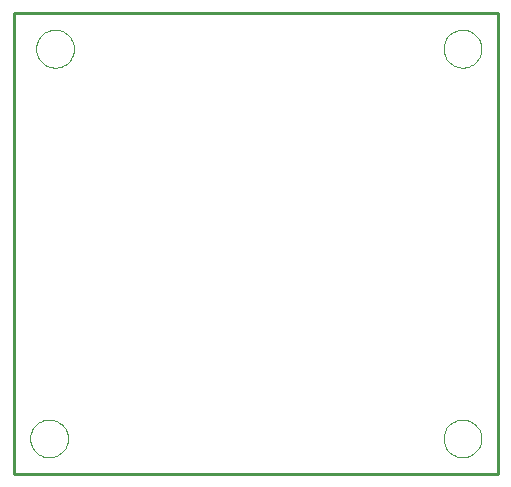
<source format=gbp>
G75*
%MOIN*%
%OFA0B0*%
%FSLAX24Y24*%
%IPPOS*%
%LPD*%
%AMOC8*
5,1,8,0,0,1.08239X$1,22.5*
%
%ADD10C,0.0100*%
%ADD11C,0.0000*%
D10*
X000574Y000574D02*
X000574Y015928D01*
X016715Y015928D01*
X016715Y000574D01*
X000574Y000574D01*
D11*
X001125Y001755D02*
X001127Y001805D01*
X001133Y001855D01*
X001143Y001904D01*
X001157Y001952D01*
X001174Y001999D01*
X001195Y002044D01*
X001220Y002088D01*
X001248Y002129D01*
X001280Y002168D01*
X001314Y002205D01*
X001351Y002239D01*
X001391Y002269D01*
X001433Y002296D01*
X001477Y002320D01*
X001523Y002341D01*
X001570Y002357D01*
X001618Y002370D01*
X001668Y002379D01*
X001717Y002384D01*
X001768Y002385D01*
X001818Y002382D01*
X001867Y002375D01*
X001916Y002364D01*
X001964Y002349D01*
X002010Y002331D01*
X002055Y002309D01*
X002098Y002283D01*
X002139Y002254D01*
X002178Y002222D01*
X002214Y002187D01*
X002246Y002149D01*
X002276Y002109D01*
X002303Y002066D01*
X002326Y002022D01*
X002345Y001976D01*
X002361Y001928D01*
X002373Y001879D01*
X002381Y001830D01*
X002385Y001780D01*
X002385Y001730D01*
X002381Y001680D01*
X002373Y001631D01*
X002361Y001582D01*
X002345Y001534D01*
X002326Y001488D01*
X002303Y001444D01*
X002276Y001401D01*
X002246Y001361D01*
X002214Y001323D01*
X002178Y001288D01*
X002139Y001256D01*
X002098Y001227D01*
X002055Y001201D01*
X002010Y001179D01*
X001964Y001161D01*
X001916Y001146D01*
X001867Y001135D01*
X001818Y001128D01*
X001768Y001125D01*
X001717Y001126D01*
X001668Y001131D01*
X001618Y001140D01*
X001570Y001153D01*
X001523Y001169D01*
X001477Y001190D01*
X001433Y001214D01*
X001391Y001241D01*
X001351Y001271D01*
X001314Y001305D01*
X001280Y001342D01*
X001248Y001381D01*
X001220Y001422D01*
X001195Y001466D01*
X001174Y001511D01*
X001157Y001558D01*
X001143Y001606D01*
X001133Y001655D01*
X001127Y001705D01*
X001125Y001755D01*
X001322Y014747D02*
X001324Y014797D01*
X001330Y014847D01*
X001340Y014896D01*
X001354Y014944D01*
X001371Y014991D01*
X001392Y015036D01*
X001417Y015080D01*
X001445Y015121D01*
X001477Y015160D01*
X001511Y015197D01*
X001548Y015231D01*
X001588Y015261D01*
X001630Y015288D01*
X001674Y015312D01*
X001720Y015333D01*
X001767Y015349D01*
X001815Y015362D01*
X001865Y015371D01*
X001914Y015376D01*
X001965Y015377D01*
X002015Y015374D01*
X002064Y015367D01*
X002113Y015356D01*
X002161Y015341D01*
X002207Y015323D01*
X002252Y015301D01*
X002295Y015275D01*
X002336Y015246D01*
X002375Y015214D01*
X002411Y015179D01*
X002443Y015141D01*
X002473Y015101D01*
X002500Y015058D01*
X002523Y015014D01*
X002542Y014968D01*
X002558Y014920D01*
X002570Y014871D01*
X002578Y014822D01*
X002582Y014772D01*
X002582Y014722D01*
X002578Y014672D01*
X002570Y014623D01*
X002558Y014574D01*
X002542Y014526D01*
X002523Y014480D01*
X002500Y014436D01*
X002473Y014393D01*
X002443Y014353D01*
X002411Y014315D01*
X002375Y014280D01*
X002336Y014248D01*
X002295Y014219D01*
X002252Y014193D01*
X002207Y014171D01*
X002161Y014153D01*
X002113Y014138D01*
X002064Y014127D01*
X002015Y014120D01*
X001965Y014117D01*
X001914Y014118D01*
X001865Y014123D01*
X001815Y014132D01*
X001767Y014145D01*
X001720Y014161D01*
X001674Y014182D01*
X001630Y014206D01*
X001588Y014233D01*
X001548Y014263D01*
X001511Y014297D01*
X001477Y014334D01*
X001445Y014373D01*
X001417Y014414D01*
X001392Y014458D01*
X001371Y014503D01*
X001354Y014550D01*
X001340Y014598D01*
X001330Y014647D01*
X001324Y014697D01*
X001322Y014747D01*
X014904Y014747D02*
X014906Y014797D01*
X014912Y014847D01*
X014922Y014896D01*
X014936Y014944D01*
X014953Y014991D01*
X014974Y015036D01*
X014999Y015080D01*
X015027Y015121D01*
X015059Y015160D01*
X015093Y015197D01*
X015130Y015231D01*
X015170Y015261D01*
X015212Y015288D01*
X015256Y015312D01*
X015302Y015333D01*
X015349Y015349D01*
X015397Y015362D01*
X015447Y015371D01*
X015496Y015376D01*
X015547Y015377D01*
X015597Y015374D01*
X015646Y015367D01*
X015695Y015356D01*
X015743Y015341D01*
X015789Y015323D01*
X015834Y015301D01*
X015877Y015275D01*
X015918Y015246D01*
X015957Y015214D01*
X015993Y015179D01*
X016025Y015141D01*
X016055Y015101D01*
X016082Y015058D01*
X016105Y015014D01*
X016124Y014968D01*
X016140Y014920D01*
X016152Y014871D01*
X016160Y014822D01*
X016164Y014772D01*
X016164Y014722D01*
X016160Y014672D01*
X016152Y014623D01*
X016140Y014574D01*
X016124Y014526D01*
X016105Y014480D01*
X016082Y014436D01*
X016055Y014393D01*
X016025Y014353D01*
X015993Y014315D01*
X015957Y014280D01*
X015918Y014248D01*
X015877Y014219D01*
X015834Y014193D01*
X015789Y014171D01*
X015743Y014153D01*
X015695Y014138D01*
X015646Y014127D01*
X015597Y014120D01*
X015547Y014117D01*
X015496Y014118D01*
X015447Y014123D01*
X015397Y014132D01*
X015349Y014145D01*
X015302Y014161D01*
X015256Y014182D01*
X015212Y014206D01*
X015170Y014233D01*
X015130Y014263D01*
X015093Y014297D01*
X015059Y014334D01*
X015027Y014373D01*
X014999Y014414D01*
X014974Y014458D01*
X014953Y014503D01*
X014936Y014550D01*
X014922Y014598D01*
X014912Y014647D01*
X014906Y014697D01*
X014904Y014747D01*
X014904Y001755D02*
X014906Y001805D01*
X014912Y001855D01*
X014922Y001904D01*
X014936Y001952D01*
X014953Y001999D01*
X014974Y002044D01*
X014999Y002088D01*
X015027Y002129D01*
X015059Y002168D01*
X015093Y002205D01*
X015130Y002239D01*
X015170Y002269D01*
X015212Y002296D01*
X015256Y002320D01*
X015302Y002341D01*
X015349Y002357D01*
X015397Y002370D01*
X015447Y002379D01*
X015496Y002384D01*
X015547Y002385D01*
X015597Y002382D01*
X015646Y002375D01*
X015695Y002364D01*
X015743Y002349D01*
X015789Y002331D01*
X015834Y002309D01*
X015877Y002283D01*
X015918Y002254D01*
X015957Y002222D01*
X015993Y002187D01*
X016025Y002149D01*
X016055Y002109D01*
X016082Y002066D01*
X016105Y002022D01*
X016124Y001976D01*
X016140Y001928D01*
X016152Y001879D01*
X016160Y001830D01*
X016164Y001780D01*
X016164Y001730D01*
X016160Y001680D01*
X016152Y001631D01*
X016140Y001582D01*
X016124Y001534D01*
X016105Y001488D01*
X016082Y001444D01*
X016055Y001401D01*
X016025Y001361D01*
X015993Y001323D01*
X015957Y001288D01*
X015918Y001256D01*
X015877Y001227D01*
X015834Y001201D01*
X015789Y001179D01*
X015743Y001161D01*
X015695Y001146D01*
X015646Y001135D01*
X015597Y001128D01*
X015547Y001125D01*
X015496Y001126D01*
X015447Y001131D01*
X015397Y001140D01*
X015349Y001153D01*
X015302Y001169D01*
X015256Y001190D01*
X015212Y001214D01*
X015170Y001241D01*
X015130Y001271D01*
X015093Y001305D01*
X015059Y001342D01*
X015027Y001381D01*
X014999Y001422D01*
X014974Y001466D01*
X014953Y001511D01*
X014936Y001558D01*
X014922Y001606D01*
X014912Y001655D01*
X014906Y001705D01*
X014904Y001755D01*
M02*

</source>
